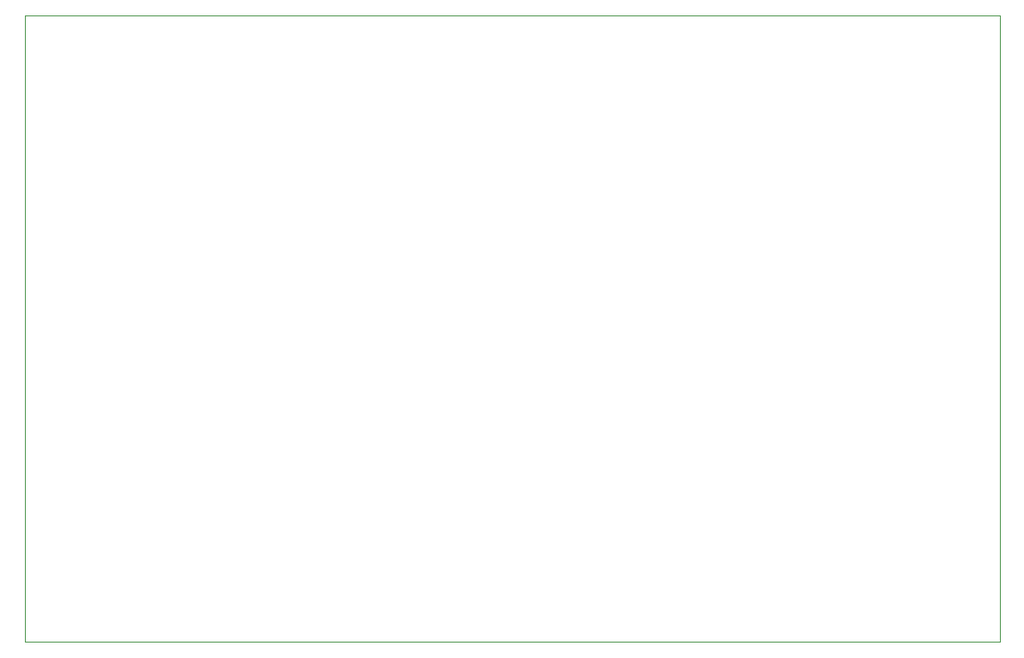
<source format=gbr>
%TF.GenerationSoftware,KiCad,Pcbnew,(5.1.9)-1*%
%TF.CreationDate,2021-09-12T18:45:55+01:00*%
%TF.ProjectId,Function Generator Jacks,46756e63-7469-46f6-9e20-47656e657261,rev?*%
%TF.SameCoordinates,Original*%
%TF.FileFunction,Profile,NP*%
%FSLAX46Y46*%
G04 Gerber Fmt 4.6, Leading zero omitted, Abs format (unit mm)*
G04 Created by KiCad (PCBNEW (5.1.9)-1) date 2021-09-12 18:45:55*
%MOMM*%
%LPD*%
G01*
G04 APERTURE LIST*
%TA.AperFunction,Profile*%
%ADD10C,0.050000*%
%TD*%
G04 APERTURE END LIST*
D10*
X19177000Y-114300000D02*
X19177000Y-52578000D01*
X115189000Y-114300000D02*
X19177000Y-114300000D01*
X115189000Y-52578000D02*
X115189000Y-114300000D01*
X19177000Y-52578000D02*
X115189000Y-52578000D01*
M02*

</source>
